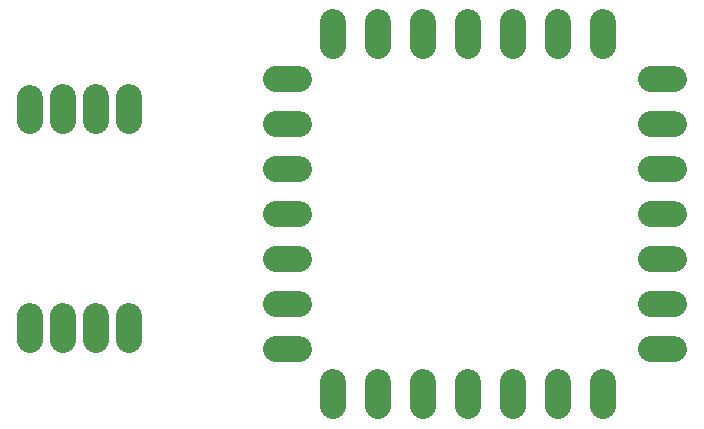
<source format=gbr>
G04 EAGLE Gerber X2 export*
%TF.Part,Single*%
%TF.FileFunction,Soldermask,Bot,1*%
%TF.FilePolarity,Negative*%
%TF.GenerationSoftware,Autodesk,EAGLE,9.0.1*%
%TF.CreationDate,2018-06-07T21:36:32Z*%
G75*
%MOMM*%
%FSLAX34Y34*%
%LPD*%
%AMOC8*
5,1,8,0,0,1.08239X$1,22.5*%
G01*
%ADD10C,2.184400*%


D10*
X48260Y96774D02*
X48260Y116586D01*
X76200Y116586D02*
X76200Y96774D01*
X104140Y96774D02*
X104140Y116586D01*
X132080Y116586D02*
X132080Y96774D01*
X132080Y282194D02*
X132080Y302006D01*
X104140Y302006D02*
X104140Y282194D01*
X76200Y282194D02*
X76200Y302006D01*
X48560Y301830D02*
X48560Y282018D01*
X256794Y203200D02*
X276606Y203200D01*
X276606Y241300D02*
X256794Y241300D01*
X256794Y279400D02*
X276606Y279400D01*
X276606Y317500D02*
X256794Y317500D01*
X304800Y345694D02*
X304800Y365506D01*
X342900Y365506D02*
X342900Y345694D01*
X381000Y345694D02*
X381000Y365506D01*
X419100Y365506D02*
X419100Y345694D01*
X457200Y345694D02*
X457200Y365506D01*
X495300Y365506D02*
X495300Y345694D01*
X533400Y345694D02*
X533400Y365506D01*
X574294Y317500D02*
X594106Y317500D01*
X594106Y279400D02*
X574294Y279400D01*
X574294Y241300D02*
X594106Y241300D01*
X594106Y203200D02*
X574294Y203200D01*
X574294Y165100D02*
X594106Y165100D01*
X594106Y127000D02*
X574294Y127000D01*
X574294Y88900D02*
X594106Y88900D01*
X533400Y60706D02*
X533400Y40894D01*
X495300Y40894D02*
X495300Y60706D01*
X457200Y60706D02*
X457200Y40894D01*
X419100Y40894D02*
X419100Y60706D01*
X381000Y60706D02*
X381000Y40894D01*
X342900Y40894D02*
X342900Y60706D01*
X304800Y60706D02*
X304800Y40894D01*
X276606Y88900D02*
X256794Y88900D01*
X256794Y127000D02*
X276606Y127000D01*
X276606Y165100D02*
X256794Y165100D01*
M02*

</source>
